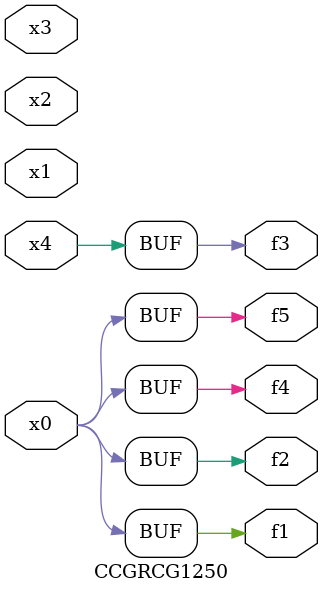
<source format=v>
module CCGRCG1250(
	input x0, x1, x2, x3, x4,
	output f1, f2, f3, f4, f5
);
	assign f1 = x0;
	assign f2 = x0;
	assign f3 = x4;
	assign f4 = x0;
	assign f5 = x0;
endmodule

</source>
